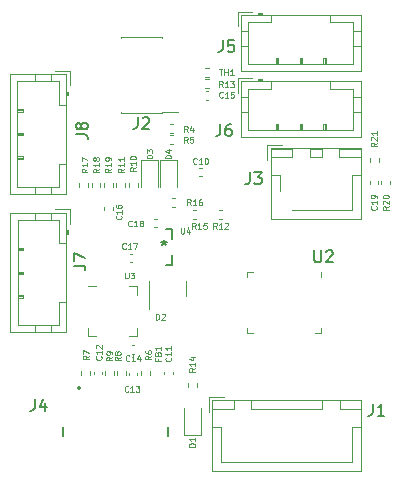
<source format=gto>
%TF.GenerationSoftware,KiCad,Pcbnew,(6.0.7-1)-1*%
%TF.CreationDate,2022-09-14T15:44:29-04:00*%
%TF.ProjectId,phocuser,70686f63-7573-4657-922e-6b696361645f,rev?*%
%TF.SameCoordinates,Original*%
%TF.FileFunction,Legend,Top*%
%TF.FilePolarity,Positive*%
%FSLAX46Y46*%
G04 Gerber Fmt 4.6, Leading zero omitted, Abs format (unit mm)*
G04 Created by KiCad (PCBNEW (6.0.7-1)-1) date 2022-09-14 15:44:29*
%MOMM*%
%LPD*%
G01*
G04 APERTURE LIST*
%ADD10C,0.100000*%
%ADD11C,0.150000*%
%ADD12C,0.127000*%
%ADD13C,0.120000*%
%ADD14C,0.200000*%
%ADD15C,0.152400*%
G04 APERTURE END LIST*
D10*
%TO.C,C19*%
X196578571Y-82121428D02*
X196602380Y-82145238D01*
X196626190Y-82216666D01*
X196626190Y-82264285D01*
X196602380Y-82335714D01*
X196554761Y-82383333D01*
X196507142Y-82407142D01*
X196411904Y-82430952D01*
X196340476Y-82430952D01*
X196245238Y-82407142D01*
X196197619Y-82383333D01*
X196150000Y-82335714D01*
X196126190Y-82264285D01*
X196126190Y-82216666D01*
X196150000Y-82145238D01*
X196173809Y-82121428D01*
X196626190Y-81645238D02*
X196626190Y-81930952D01*
X196626190Y-81788095D02*
X196126190Y-81788095D01*
X196197619Y-81835714D01*
X196245238Y-81883333D01*
X196269047Y-81930952D01*
X196626190Y-81407142D02*
X196626190Y-81311904D01*
X196602380Y-81264285D01*
X196578571Y-81240476D01*
X196507142Y-81192857D01*
X196411904Y-81169047D01*
X196221428Y-81169047D01*
X196173809Y-81192857D01*
X196150000Y-81216666D01*
X196126190Y-81264285D01*
X196126190Y-81359523D01*
X196150000Y-81407142D01*
X196173809Y-81430952D01*
X196221428Y-81454761D01*
X196340476Y-81454761D01*
X196388095Y-81430952D01*
X196411904Y-81407142D01*
X196435714Y-81359523D01*
X196435714Y-81264285D01*
X196411904Y-81216666D01*
X196388095Y-81192857D01*
X196340476Y-81169047D01*
%TO.C,R21*%
X196626190Y-76721428D02*
X196388095Y-76888095D01*
X196626190Y-77007142D02*
X196126190Y-77007142D01*
X196126190Y-76816666D01*
X196150000Y-76769047D01*
X196173809Y-76745238D01*
X196221428Y-76721428D01*
X196292857Y-76721428D01*
X196340476Y-76745238D01*
X196364285Y-76769047D01*
X196388095Y-76816666D01*
X196388095Y-77007142D01*
X196173809Y-76530952D02*
X196150000Y-76507142D01*
X196126190Y-76459523D01*
X196126190Y-76340476D01*
X196150000Y-76292857D01*
X196173809Y-76269047D01*
X196221428Y-76245238D01*
X196269047Y-76245238D01*
X196340476Y-76269047D01*
X196626190Y-76554761D01*
X196626190Y-76245238D01*
X196626190Y-75769047D02*
X196626190Y-76054761D01*
X196626190Y-75911904D02*
X196126190Y-75911904D01*
X196197619Y-75959523D01*
X196245238Y-76007142D01*
X196269047Y-76054761D01*
%TO.C,R20*%
X197626190Y-82121428D02*
X197388095Y-82288095D01*
X197626190Y-82407142D02*
X197126190Y-82407142D01*
X197126190Y-82216666D01*
X197150000Y-82169047D01*
X197173809Y-82145238D01*
X197221428Y-82121428D01*
X197292857Y-82121428D01*
X197340476Y-82145238D01*
X197364285Y-82169047D01*
X197388095Y-82216666D01*
X197388095Y-82407142D01*
X197173809Y-81930952D02*
X197150000Y-81907142D01*
X197126190Y-81859523D01*
X197126190Y-81740476D01*
X197150000Y-81692857D01*
X197173809Y-81669047D01*
X197221428Y-81645238D01*
X197269047Y-81645238D01*
X197340476Y-81669047D01*
X197626190Y-81954761D01*
X197626190Y-81645238D01*
X197126190Y-81335714D02*
X197126190Y-81288095D01*
X197150000Y-81240476D01*
X197173809Y-81216666D01*
X197221428Y-81192857D01*
X197316666Y-81169047D01*
X197435714Y-81169047D01*
X197530952Y-81192857D01*
X197578571Y-81216666D01*
X197602380Y-81240476D01*
X197626190Y-81288095D01*
X197626190Y-81335714D01*
X197602380Y-81383333D01*
X197578571Y-81407142D01*
X197530952Y-81430952D01*
X197435714Y-81454761D01*
X197316666Y-81454761D01*
X197221428Y-81430952D01*
X197173809Y-81407142D01*
X197150000Y-81383333D01*
X197126190Y-81335714D01*
%TO.C,R16*%
X180868571Y-82026190D02*
X180701904Y-81788095D01*
X180582857Y-82026190D02*
X180582857Y-81526190D01*
X180773333Y-81526190D01*
X180820952Y-81550000D01*
X180844761Y-81573809D01*
X180868571Y-81621428D01*
X180868571Y-81692857D01*
X180844761Y-81740476D01*
X180820952Y-81764285D01*
X180773333Y-81788095D01*
X180582857Y-81788095D01*
X181344761Y-82026190D02*
X181059047Y-82026190D01*
X181201904Y-82026190D02*
X181201904Y-81526190D01*
X181154285Y-81597619D01*
X181106666Y-81645238D01*
X181059047Y-81669047D01*
X181773333Y-81526190D02*
X181678095Y-81526190D01*
X181630476Y-81550000D01*
X181606666Y-81573809D01*
X181559047Y-81645238D01*
X181535238Y-81740476D01*
X181535238Y-81930952D01*
X181559047Y-81978571D01*
X181582857Y-82002380D01*
X181630476Y-82026190D01*
X181725714Y-82026190D01*
X181773333Y-82002380D01*
X181797142Y-81978571D01*
X181820952Y-81930952D01*
X181820952Y-81811904D01*
X181797142Y-81764285D01*
X181773333Y-81740476D01*
X181725714Y-81716666D01*
X181630476Y-81716666D01*
X181582857Y-81740476D01*
X181559047Y-81764285D01*
X181535238Y-81811904D01*
%TO.C,R15*%
X181278571Y-84026190D02*
X181111904Y-83788095D01*
X180992857Y-84026190D02*
X180992857Y-83526190D01*
X181183333Y-83526190D01*
X181230952Y-83550000D01*
X181254761Y-83573809D01*
X181278571Y-83621428D01*
X181278571Y-83692857D01*
X181254761Y-83740476D01*
X181230952Y-83764285D01*
X181183333Y-83788095D01*
X180992857Y-83788095D01*
X181754761Y-84026190D02*
X181469047Y-84026190D01*
X181611904Y-84026190D02*
X181611904Y-83526190D01*
X181564285Y-83597619D01*
X181516666Y-83645238D01*
X181469047Y-83669047D01*
X182207142Y-83526190D02*
X181969047Y-83526190D01*
X181945238Y-83764285D01*
X181969047Y-83740476D01*
X182016666Y-83716666D01*
X182135714Y-83716666D01*
X182183333Y-83740476D01*
X182207142Y-83764285D01*
X182230952Y-83811904D01*
X182230952Y-83930952D01*
X182207142Y-83978571D01*
X182183333Y-84002380D01*
X182135714Y-84026190D01*
X182016666Y-84026190D01*
X181969047Y-84002380D01*
X181945238Y-83978571D01*
%TO.C,D4*%
X179226190Y-78069047D02*
X178726190Y-78069047D01*
X178726190Y-77950000D01*
X178750000Y-77878571D01*
X178797619Y-77830952D01*
X178845238Y-77807142D01*
X178940476Y-77783333D01*
X179011904Y-77783333D01*
X179107142Y-77807142D01*
X179154761Y-77830952D01*
X179202380Y-77878571D01*
X179226190Y-77950000D01*
X179226190Y-78069047D01*
X178892857Y-77354761D02*
X179226190Y-77354761D01*
X178702380Y-77473809D02*
X179059523Y-77592857D01*
X179059523Y-77283333D01*
%TO.C,D3*%
X177626190Y-78069047D02*
X177126190Y-78069047D01*
X177126190Y-77950000D01*
X177150000Y-77878571D01*
X177197619Y-77830952D01*
X177245238Y-77807142D01*
X177340476Y-77783333D01*
X177411904Y-77783333D01*
X177507142Y-77807142D01*
X177554761Y-77830952D01*
X177602380Y-77878571D01*
X177626190Y-77950000D01*
X177626190Y-78069047D01*
X177126190Y-77616666D02*
X177126190Y-77307142D01*
X177316666Y-77473809D01*
X177316666Y-77402380D01*
X177340476Y-77354761D01*
X177364285Y-77330952D01*
X177411904Y-77307142D01*
X177530952Y-77307142D01*
X177578571Y-77330952D01*
X177602380Y-77354761D01*
X177626190Y-77402380D01*
X177626190Y-77545238D01*
X177602380Y-77592857D01*
X177578571Y-77616666D01*
D11*
%TO.C,J1*%
X196266666Y-98852380D02*
X196266666Y-99566666D01*
X196219047Y-99709523D01*
X196123809Y-99804761D01*
X195980952Y-99852380D01*
X195885714Y-99852380D01*
X197266666Y-99852380D02*
X196695238Y-99852380D01*
X196980952Y-99852380D02*
X196980952Y-98852380D01*
X196885714Y-98995238D01*
X196790476Y-99090476D01*
X196695238Y-99138095D01*
%TO.C,U2*%
X191338095Y-85852380D02*
X191338095Y-86661904D01*
X191385714Y-86757142D01*
X191433333Y-86804761D01*
X191528571Y-86852380D01*
X191719047Y-86852380D01*
X191814285Y-86804761D01*
X191861904Y-86757142D01*
X191909523Y-86661904D01*
X191909523Y-85852380D01*
X192338095Y-85947619D02*
X192385714Y-85900000D01*
X192480952Y-85852380D01*
X192719047Y-85852380D01*
X192814285Y-85900000D01*
X192861904Y-85947619D01*
X192909523Y-86042857D01*
X192909523Y-86138095D01*
X192861904Y-86280952D01*
X192290476Y-86852380D01*
X192909523Y-86852380D01*
D10*
%TO.C,C10*%
X181378571Y-78478571D02*
X181354761Y-78502380D01*
X181283333Y-78526190D01*
X181235714Y-78526190D01*
X181164285Y-78502380D01*
X181116666Y-78454761D01*
X181092857Y-78407142D01*
X181069047Y-78311904D01*
X181069047Y-78240476D01*
X181092857Y-78145238D01*
X181116666Y-78097619D01*
X181164285Y-78050000D01*
X181235714Y-78026190D01*
X181283333Y-78026190D01*
X181354761Y-78050000D01*
X181378571Y-78073809D01*
X181854761Y-78526190D02*
X181569047Y-78526190D01*
X181711904Y-78526190D02*
X181711904Y-78026190D01*
X181664285Y-78097619D01*
X181616666Y-78145238D01*
X181569047Y-78169047D01*
X182164285Y-78026190D02*
X182211904Y-78026190D01*
X182259523Y-78050000D01*
X182283333Y-78073809D01*
X182307142Y-78121428D01*
X182330952Y-78216666D01*
X182330952Y-78335714D01*
X182307142Y-78430952D01*
X182283333Y-78478571D01*
X182259523Y-78502380D01*
X182211904Y-78526190D01*
X182164285Y-78526190D01*
X182116666Y-78502380D01*
X182092857Y-78478571D01*
X182069047Y-78430952D01*
X182045238Y-78335714D01*
X182045238Y-78216666D01*
X182069047Y-78121428D01*
X182092857Y-78073809D01*
X182116666Y-78050000D01*
X182164285Y-78026190D01*
D11*
%TO.C,J2*%
X176366666Y-74552380D02*
X176366666Y-75266666D01*
X176319047Y-75409523D01*
X176223809Y-75504761D01*
X176080952Y-75552380D01*
X175985714Y-75552380D01*
X176795238Y-74647619D02*
X176842857Y-74600000D01*
X176938095Y-74552380D01*
X177176190Y-74552380D01*
X177271428Y-74600000D01*
X177319047Y-74647619D01*
X177366666Y-74742857D01*
X177366666Y-74838095D01*
X177319047Y-74980952D01*
X176747619Y-75552380D01*
X177366666Y-75552380D01*
%TO.C,J3*%
X185866666Y-79252380D02*
X185866666Y-79966666D01*
X185819047Y-80109523D01*
X185723809Y-80204761D01*
X185580952Y-80252380D01*
X185485714Y-80252380D01*
X186247619Y-79252380D02*
X186866666Y-79252380D01*
X186533333Y-79633333D01*
X186676190Y-79633333D01*
X186771428Y-79680952D01*
X186819047Y-79728571D01*
X186866666Y-79823809D01*
X186866666Y-80061904D01*
X186819047Y-80157142D01*
X186771428Y-80204761D01*
X186676190Y-80252380D01*
X186390476Y-80252380D01*
X186295238Y-80204761D01*
X186247619Y-80157142D01*
D10*
%TO.C,C11*%
X179178571Y-94921428D02*
X179202380Y-94945238D01*
X179226190Y-95016666D01*
X179226190Y-95064285D01*
X179202380Y-95135714D01*
X179154761Y-95183333D01*
X179107142Y-95207142D01*
X179011904Y-95230952D01*
X178940476Y-95230952D01*
X178845238Y-95207142D01*
X178797619Y-95183333D01*
X178750000Y-95135714D01*
X178726190Y-95064285D01*
X178726190Y-95016666D01*
X178750000Y-94945238D01*
X178773809Y-94921428D01*
X179226190Y-94445238D02*
X179226190Y-94730952D01*
X179226190Y-94588095D02*
X178726190Y-94588095D01*
X178797619Y-94635714D01*
X178845238Y-94683333D01*
X178869047Y-94730952D01*
X179226190Y-93969047D02*
X179226190Y-94254761D01*
X179226190Y-94111904D02*
X178726190Y-94111904D01*
X178797619Y-94159523D01*
X178845238Y-94207142D01*
X178869047Y-94254761D01*
%TO.C,C12*%
X173278571Y-94821428D02*
X173302380Y-94845238D01*
X173326190Y-94916666D01*
X173326190Y-94964285D01*
X173302380Y-95035714D01*
X173254761Y-95083333D01*
X173207142Y-95107142D01*
X173111904Y-95130952D01*
X173040476Y-95130952D01*
X172945238Y-95107142D01*
X172897619Y-95083333D01*
X172850000Y-95035714D01*
X172826190Y-94964285D01*
X172826190Y-94916666D01*
X172850000Y-94845238D01*
X172873809Y-94821428D01*
X173326190Y-94345238D02*
X173326190Y-94630952D01*
X173326190Y-94488095D02*
X172826190Y-94488095D01*
X172897619Y-94535714D01*
X172945238Y-94583333D01*
X172969047Y-94630952D01*
X172873809Y-94154761D02*
X172850000Y-94130952D01*
X172826190Y-94083333D01*
X172826190Y-93964285D01*
X172850000Y-93916666D01*
X172873809Y-93892857D01*
X172921428Y-93869047D01*
X172969047Y-93869047D01*
X173040476Y-93892857D01*
X173326190Y-94178571D01*
X173326190Y-93869047D01*
%TO.C,C13*%
X175578571Y-97778571D02*
X175554761Y-97802380D01*
X175483333Y-97826190D01*
X175435714Y-97826190D01*
X175364285Y-97802380D01*
X175316666Y-97754761D01*
X175292857Y-97707142D01*
X175269047Y-97611904D01*
X175269047Y-97540476D01*
X175292857Y-97445238D01*
X175316666Y-97397619D01*
X175364285Y-97350000D01*
X175435714Y-97326190D01*
X175483333Y-97326190D01*
X175554761Y-97350000D01*
X175578571Y-97373809D01*
X176054761Y-97826190D02*
X175769047Y-97826190D01*
X175911904Y-97826190D02*
X175911904Y-97326190D01*
X175864285Y-97397619D01*
X175816666Y-97445238D01*
X175769047Y-97469047D01*
X176221428Y-97326190D02*
X176530952Y-97326190D01*
X176364285Y-97516666D01*
X176435714Y-97516666D01*
X176483333Y-97540476D01*
X176507142Y-97564285D01*
X176530952Y-97611904D01*
X176530952Y-97730952D01*
X176507142Y-97778571D01*
X176483333Y-97802380D01*
X176435714Y-97826190D01*
X176292857Y-97826190D01*
X176245238Y-97802380D01*
X176221428Y-97778571D01*
%TO.C,C14*%
X175678571Y-95178571D02*
X175654761Y-95202380D01*
X175583333Y-95226190D01*
X175535714Y-95226190D01*
X175464285Y-95202380D01*
X175416666Y-95154761D01*
X175392857Y-95107142D01*
X175369047Y-95011904D01*
X175369047Y-94940476D01*
X175392857Y-94845238D01*
X175416666Y-94797619D01*
X175464285Y-94750000D01*
X175535714Y-94726190D01*
X175583333Y-94726190D01*
X175654761Y-94750000D01*
X175678571Y-94773809D01*
X176154761Y-95226190D02*
X175869047Y-95226190D01*
X176011904Y-95226190D02*
X176011904Y-94726190D01*
X175964285Y-94797619D01*
X175916666Y-94845238D01*
X175869047Y-94869047D01*
X176583333Y-94892857D02*
X176583333Y-95226190D01*
X176464285Y-94702380D02*
X176345238Y-95059523D01*
X176654761Y-95059523D01*
%TO.C,C15*%
X183578571Y-72878571D02*
X183554761Y-72902380D01*
X183483333Y-72926190D01*
X183435714Y-72926190D01*
X183364285Y-72902380D01*
X183316666Y-72854761D01*
X183292857Y-72807142D01*
X183269047Y-72711904D01*
X183269047Y-72640476D01*
X183292857Y-72545238D01*
X183316666Y-72497619D01*
X183364285Y-72450000D01*
X183435714Y-72426190D01*
X183483333Y-72426190D01*
X183554761Y-72450000D01*
X183578571Y-72473809D01*
X184054761Y-72926190D02*
X183769047Y-72926190D01*
X183911904Y-72926190D02*
X183911904Y-72426190D01*
X183864285Y-72497619D01*
X183816666Y-72545238D01*
X183769047Y-72569047D01*
X184507142Y-72426190D02*
X184269047Y-72426190D01*
X184245238Y-72664285D01*
X184269047Y-72640476D01*
X184316666Y-72616666D01*
X184435714Y-72616666D01*
X184483333Y-72640476D01*
X184507142Y-72664285D01*
X184530952Y-72711904D01*
X184530952Y-72830952D01*
X184507142Y-72878571D01*
X184483333Y-72902380D01*
X184435714Y-72926190D01*
X184316666Y-72926190D01*
X184269047Y-72902380D01*
X184245238Y-72878571D01*
%TO.C,FB1*%
X178064285Y-95016666D02*
X178064285Y-95183333D01*
X178326190Y-95183333D02*
X177826190Y-95183333D01*
X177826190Y-94945238D01*
X178064285Y-94588095D02*
X178088095Y-94516666D01*
X178111904Y-94492857D01*
X178159523Y-94469047D01*
X178230952Y-94469047D01*
X178278571Y-94492857D01*
X178302380Y-94516666D01*
X178326190Y-94564285D01*
X178326190Y-94754761D01*
X177826190Y-94754761D01*
X177826190Y-94588095D01*
X177850000Y-94540476D01*
X177873809Y-94516666D01*
X177921428Y-94492857D01*
X177969047Y-94492857D01*
X178016666Y-94516666D01*
X178040476Y-94540476D01*
X178064285Y-94588095D01*
X178064285Y-94754761D01*
X178326190Y-93992857D02*
X178326190Y-94278571D01*
X178326190Y-94135714D02*
X177826190Y-94135714D01*
X177897619Y-94183333D01*
X177945238Y-94230952D01*
X177969047Y-94278571D01*
D12*
%TO.C,J4*%
X167666666Y-98452380D02*
X167666666Y-99166666D01*
X167619047Y-99309523D01*
X167523809Y-99404761D01*
X167380952Y-99452380D01*
X167285714Y-99452380D01*
X168571428Y-98785714D02*
X168571428Y-99452380D01*
X168333333Y-98404761D02*
X168095238Y-99119047D01*
X168714285Y-99119047D01*
D10*
%TO.C,R4*%
X180616666Y-75826190D02*
X180450000Y-75588095D01*
X180330952Y-75826190D02*
X180330952Y-75326190D01*
X180521428Y-75326190D01*
X180569047Y-75350000D01*
X180592857Y-75373809D01*
X180616666Y-75421428D01*
X180616666Y-75492857D01*
X180592857Y-75540476D01*
X180569047Y-75564285D01*
X180521428Y-75588095D01*
X180330952Y-75588095D01*
X181045238Y-75492857D02*
X181045238Y-75826190D01*
X180926190Y-75302380D02*
X180807142Y-75659523D01*
X181116666Y-75659523D01*
%TO.C,R5*%
X180616666Y-76726190D02*
X180450000Y-76488095D01*
X180330952Y-76726190D02*
X180330952Y-76226190D01*
X180521428Y-76226190D01*
X180569047Y-76250000D01*
X180592857Y-76273809D01*
X180616666Y-76321428D01*
X180616666Y-76392857D01*
X180592857Y-76440476D01*
X180569047Y-76464285D01*
X180521428Y-76488095D01*
X180330952Y-76488095D01*
X181069047Y-76226190D02*
X180830952Y-76226190D01*
X180807142Y-76464285D01*
X180830952Y-76440476D01*
X180878571Y-76416666D01*
X180997619Y-76416666D01*
X181045238Y-76440476D01*
X181069047Y-76464285D01*
X181092857Y-76511904D01*
X181092857Y-76630952D01*
X181069047Y-76678571D01*
X181045238Y-76702380D01*
X180997619Y-76726190D01*
X180878571Y-76726190D01*
X180830952Y-76702380D01*
X180807142Y-76678571D01*
%TO.C,R6*%
X177526190Y-94783333D02*
X177288095Y-94950000D01*
X177526190Y-95069047D02*
X177026190Y-95069047D01*
X177026190Y-94878571D01*
X177050000Y-94830952D01*
X177073809Y-94807142D01*
X177121428Y-94783333D01*
X177192857Y-94783333D01*
X177240476Y-94807142D01*
X177264285Y-94830952D01*
X177288095Y-94878571D01*
X177288095Y-95069047D01*
X177026190Y-94354761D02*
X177026190Y-94450000D01*
X177050000Y-94497619D01*
X177073809Y-94521428D01*
X177145238Y-94569047D01*
X177240476Y-94592857D01*
X177430952Y-94592857D01*
X177478571Y-94569047D01*
X177502380Y-94545238D01*
X177526190Y-94497619D01*
X177526190Y-94402380D01*
X177502380Y-94354761D01*
X177478571Y-94330952D01*
X177430952Y-94307142D01*
X177311904Y-94307142D01*
X177264285Y-94330952D01*
X177240476Y-94354761D01*
X177216666Y-94402380D01*
X177216666Y-94497619D01*
X177240476Y-94545238D01*
X177264285Y-94569047D01*
X177311904Y-94592857D01*
%TO.C,R7*%
X172226190Y-94783333D02*
X171988095Y-94950000D01*
X172226190Y-95069047D02*
X171726190Y-95069047D01*
X171726190Y-94878571D01*
X171750000Y-94830952D01*
X171773809Y-94807142D01*
X171821428Y-94783333D01*
X171892857Y-94783333D01*
X171940476Y-94807142D01*
X171964285Y-94830952D01*
X171988095Y-94878571D01*
X171988095Y-95069047D01*
X171726190Y-94616666D02*
X171726190Y-94283333D01*
X172226190Y-94497619D01*
%TO.C,R8*%
X174926190Y-94883333D02*
X174688095Y-95050000D01*
X174926190Y-95169047D02*
X174426190Y-95169047D01*
X174426190Y-94978571D01*
X174450000Y-94930952D01*
X174473809Y-94907142D01*
X174521428Y-94883333D01*
X174592857Y-94883333D01*
X174640476Y-94907142D01*
X174664285Y-94930952D01*
X174688095Y-94978571D01*
X174688095Y-95169047D01*
X174640476Y-94597619D02*
X174616666Y-94645238D01*
X174592857Y-94669047D01*
X174545238Y-94692857D01*
X174521428Y-94692857D01*
X174473809Y-94669047D01*
X174450000Y-94645238D01*
X174426190Y-94597619D01*
X174426190Y-94502380D01*
X174450000Y-94454761D01*
X174473809Y-94430952D01*
X174521428Y-94407142D01*
X174545238Y-94407142D01*
X174592857Y-94430952D01*
X174616666Y-94454761D01*
X174640476Y-94502380D01*
X174640476Y-94597619D01*
X174664285Y-94645238D01*
X174688095Y-94669047D01*
X174735714Y-94692857D01*
X174830952Y-94692857D01*
X174878571Y-94669047D01*
X174902380Y-94645238D01*
X174926190Y-94597619D01*
X174926190Y-94502380D01*
X174902380Y-94454761D01*
X174878571Y-94430952D01*
X174830952Y-94407142D01*
X174735714Y-94407142D01*
X174688095Y-94430952D01*
X174664285Y-94454761D01*
X174640476Y-94502380D01*
%TO.C,R9*%
X174226190Y-94883333D02*
X173988095Y-95050000D01*
X174226190Y-95169047D02*
X173726190Y-95169047D01*
X173726190Y-94978571D01*
X173750000Y-94930952D01*
X173773809Y-94907142D01*
X173821428Y-94883333D01*
X173892857Y-94883333D01*
X173940476Y-94907142D01*
X173964285Y-94930952D01*
X173988095Y-94978571D01*
X173988095Y-95169047D01*
X174226190Y-94645238D02*
X174226190Y-94550000D01*
X174202380Y-94502380D01*
X174178571Y-94478571D01*
X174107142Y-94430952D01*
X174011904Y-94407142D01*
X173821428Y-94407142D01*
X173773809Y-94430952D01*
X173750000Y-94454761D01*
X173726190Y-94502380D01*
X173726190Y-94597619D01*
X173750000Y-94645238D01*
X173773809Y-94669047D01*
X173821428Y-94692857D01*
X173940476Y-94692857D01*
X173988095Y-94669047D01*
X174011904Y-94645238D01*
X174035714Y-94597619D01*
X174035714Y-94502380D01*
X174011904Y-94454761D01*
X173988095Y-94430952D01*
X173940476Y-94407142D01*
%TO.C,R10*%
X176226190Y-78821428D02*
X175988095Y-78988095D01*
X176226190Y-79107142D02*
X175726190Y-79107142D01*
X175726190Y-78916666D01*
X175750000Y-78869047D01*
X175773809Y-78845238D01*
X175821428Y-78821428D01*
X175892857Y-78821428D01*
X175940476Y-78845238D01*
X175964285Y-78869047D01*
X175988095Y-78916666D01*
X175988095Y-79107142D01*
X176226190Y-78345238D02*
X176226190Y-78630952D01*
X176226190Y-78488095D02*
X175726190Y-78488095D01*
X175797619Y-78535714D01*
X175845238Y-78583333D01*
X175869047Y-78630952D01*
X175726190Y-78035714D02*
X175726190Y-77988095D01*
X175750000Y-77940476D01*
X175773809Y-77916666D01*
X175821428Y-77892857D01*
X175916666Y-77869047D01*
X176035714Y-77869047D01*
X176130952Y-77892857D01*
X176178571Y-77916666D01*
X176202380Y-77940476D01*
X176226190Y-77988095D01*
X176226190Y-78035714D01*
X176202380Y-78083333D01*
X176178571Y-78107142D01*
X176130952Y-78130952D01*
X176035714Y-78154761D01*
X175916666Y-78154761D01*
X175821428Y-78130952D01*
X175773809Y-78107142D01*
X175750000Y-78083333D01*
X175726190Y-78035714D01*
%TO.C,R11*%
X175226190Y-78921428D02*
X174988095Y-79088095D01*
X175226190Y-79207142D02*
X174726190Y-79207142D01*
X174726190Y-79016666D01*
X174750000Y-78969047D01*
X174773809Y-78945238D01*
X174821428Y-78921428D01*
X174892857Y-78921428D01*
X174940476Y-78945238D01*
X174964285Y-78969047D01*
X174988095Y-79016666D01*
X174988095Y-79207142D01*
X175226190Y-78445238D02*
X175226190Y-78730952D01*
X175226190Y-78588095D02*
X174726190Y-78588095D01*
X174797619Y-78635714D01*
X174845238Y-78683333D01*
X174869047Y-78730952D01*
X175226190Y-77969047D02*
X175226190Y-78254761D01*
X175226190Y-78111904D02*
X174726190Y-78111904D01*
X174797619Y-78159523D01*
X174845238Y-78207142D01*
X174869047Y-78254761D01*
%TO.C,R12*%
X183078571Y-84026190D02*
X182911904Y-83788095D01*
X182792857Y-84026190D02*
X182792857Y-83526190D01*
X182983333Y-83526190D01*
X183030952Y-83550000D01*
X183054761Y-83573809D01*
X183078571Y-83621428D01*
X183078571Y-83692857D01*
X183054761Y-83740476D01*
X183030952Y-83764285D01*
X182983333Y-83788095D01*
X182792857Y-83788095D01*
X183554761Y-84026190D02*
X183269047Y-84026190D01*
X183411904Y-84026190D02*
X183411904Y-83526190D01*
X183364285Y-83597619D01*
X183316666Y-83645238D01*
X183269047Y-83669047D01*
X183745238Y-83573809D02*
X183769047Y-83550000D01*
X183816666Y-83526190D01*
X183935714Y-83526190D01*
X183983333Y-83550000D01*
X184007142Y-83573809D01*
X184030952Y-83621428D01*
X184030952Y-83669047D01*
X184007142Y-83740476D01*
X183721428Y-84026190D01*
X184030952Y-84026190D01*
%TO.C,R13*%
X183578571Y-72026190D02*
X183411904Y-71788095D01*
X183292857Y-72026190D02*
X183292857Y-71526190D01*
X183483333Y-71526190D01*
X183530952Y-71550000D01*
X183554761Y-71573809D01*
X183578571Y-71621428D01*
X183578571Y-71692857D01*
X183554761Y-71740476D01*
X183530952Y-71764285D01*
X183483333Y-71788095D01*
X183292857Y-71788095D01*
X184054761Y-72026190D02*
X183769047Y-72026190D01*
X183911904Y-72026190D02*
X183911904Y-71526190D01*
X183864285Y-71597619D01*
X183816666Y-71645238D01*
X183769047Y-71669047D01*
X184221428Y-71526190D02*
X184530952Y-71526190D01*
X184364285Y-71716666D01*
X184435714Y-71716666D01*
X184483333Y-71740476D01*
X184507142Y-71764285D01*
X184530952Y-71811904D01*
X184530952Y-71930952D01*
X184507142Y-71978571D01*
X184483333Y-72002380D01*
X184435714Y-72026190D01*
X184292857Y-72026190D01*
X184245238Y-72002380D01*
X184221428Y-71978571D01*
%TO.C,TH1*%
X183257142Y-70526190D02*
X183542857Y-70526190D01*
X183400000Y-71026190D02*
X183400000Y-70526190D01*
X183709523Y-71026190D02*
X183709523Y-70526190D01*
X183709523Y-70764285D02*
X183995238Y-70764285D01*
X183995238Y-71026190D02*
X183995238Y-70526190D01*
X184495238Y-71026190D02*
X184209523Y-71026190D01*
X184352380Y-71026190D02*
X184352380Y-70526190D01*
X184304761Y-70597619D01*
X184257142Y-70645238D01*
X184209523Y-70669047D01*
%TO.C,U3*%
X175319047Y-87726190D02*
X175319047Y-88130952D01*
X175342857Y-88178571D01*
X175366666Y-88202380D01*
X175414285Y-88226190D01*
X175509523Y-88226190D01*
X175557142Y-88202380D01*
X175580952Y-88178571D01*
X175604761Y-88130952D01*
X175604761Y-87726190D01*
X175795238Y-87726190D02*
X176104761Y-87726190D01*
X175938095Y-87916666D01*
X176009523Y-87916666D01*
X176057142Y-87940476D01*
X176080952Y-87964285D01*
X176104761Y-88011904D01*
X176104761Y-88130952D01*
X176080952Y-88178571D01*
X176057142Y-88202380D01*
X176009523Y-88226190D01*
X175866666Y-88226190D01*
X175819047Y-88202380D01*
X175795238Y-88178571D01*
D11*
%TO.C,J5*%
X183566666Y-68052380D02*
X183566666Y-68766666D01*
X183519047Y-68909523D01*
X183423809Y-69004761D01*
X183280952Y-69052380D01*
X183185714Y-69052380D01*
X184519047Y-68052380D02*
X184042857Y-68052380D01*
X183995238Y-68528571D01*
X184042857Y-68480952D01*
X184138095Y-68433333D01*
X184376190Y-68433333D01*
X184471428Y-68480952D01*
X184519047Y-68528571D01*
X184566666Y-68623809D01*
X184566666Y-68861904D01*
X184519047Y-68957142D01*
X184471428Y-69004761D01*
X184376190Y-69052380D01*
X184138095Y-69052380D01*
X184042857Y-69004761D01*
X183995238Y-68957142D01*
%TO.C,J6*%
X183366666Y-75152380D02*
X183366666Y-75866666D01*
X183319047Y-76009523D01*
X183223809Y-76104761D01*
X183080952Y-76152380D01*
X182985714Y-76152380D01*
X184271428Y-75152380D02*
X184080952Y-75152380D01*
X183985714Y-75200000D01*
X183938095Y-75247619D01*
X183842857Y-75390476D01*
X183795238Y-75580952D01*
X183795238Y-75961904D01*
X183842857Y-76057142D01*
X183890476Y-76104761D01*
X183985714Y-76152380D01*
X184176190Y-76152380D01*
X184271428Y-76104761D01*
X184319047Y-76057142D01*
X184366666Y-75961904D01*
X184366666Y-75723809D01*
X184319047Y-75628571D01*
X184271428Y-75580952D01*
X184176190Y-75533333D01*
X183985714Y-75533333D01*
X183890476Y-75580952D01*
X183842857Y-75628571D01*
X183795238Y-75723809D01*
D10*
%TO.C,R17*%
X172126190Y-78921428D02*
X171888095Y-79088095D01*
X172126190Y-79207142D02*
X171626190Y-79207142D01*
X171626190Y-79016666D01*
X171650000Y-78969047D01*
X171673809Y-78945238D01*
X171721428Y-78921428D01*
X171792857Y-78921428D01*
X171840476Y-78945238D01*
X171864285Y-78969047D01*
X171888095Y-79016666D01*
X171888095Y-79207142D01*
X172126190Y-78445238D02*
X172126190Y-78730952D01*
X172126190Y-78588095D02*
X171626190Y-78588095D01*
X171697619Y-78635714D01*
X171745238Y-78683333D01*
X171769047Y-78730952D01*
X171626190Y-78278571D02*
X171626190Y-77945238D01*
X172126190Y-78159523D01*
%TO.C,R18*%
X173126190Y-78921428D02*
X172888095Y-79088095D01*
X173126190Y-79207142D02*
X172626190Y-79207142D01*
X172626190Y-79016666D01*
X172650000Y-78969047D01*
X172673809Y-78945238D01*
X172721428Y-78921428D01*
X172792857Y-78921428D01*
X172840476Y-78945238D01*
X172864285Y-78969047D01*
X172888095Y-79016666D01*
X172888095Y-79207142D01*
X173126190Y-78445238D02*
X173126190Y-78730952D01*
X173126190Y-78588095D02*
X172626190Y-78588095D01*
X172697619Y-78635714D01*
X172745238Y-78683333D01*
X172769047Y-78730952D01*
X172840476Y-78159523D02*
X172816666Y-78207142D01*
X172792857Y-78230952D01*
X172745238Y-78254761D01*
X172721428Y-78254761D01*
X172673809Y-78230952D01*
X172650000Y-78207142D01*
X172626190Y-78159523D01*
X172626190Y-78064285D01*
X172650000Y-78016666D01*
X172673809Y-77992857D01*
X172721428Y-77969047D01*
X172745238Y-77969047D01*
X172792857Y-77992857D01*
X172816666Y-78016666D01*
X172840476Y-78064285D01*
X172840476Y-78159523D01*
X172864285Y-78207142D01*
X172888095Y-78230952D01*
X172935714Y-78254761D01*
X173030952Y-78254761D01*
X173078571Y-78230952D01*
X173102380Y-78207142D01*
X173126190Y-78159523D01*
X173126190Y-78064285D01*
X173102380Y-78016666D01*
X173078571Y-77992857D01*
X173030952Y-77969047D01*
X172935714Y-77969047D01*
X172888095Y-77992857D01*
X172864285Y-78016666D01*
X172840476Y-78064285D01*
%TO.C,R19*%
X174126190Y-78921428D02*
X173888095Y-79088095D01*
X174126190Y-79207142D02*
X173626190Y-79207142D01*
X173626190Y-79016666D01*
X173650000Y-78969047D01*
X173673809Y-78945238D01*
X173721428Y-78921428D01*
X173792857Y-78921428D01*
X173840476Y-78945238D01*
X173864285Y-78969047D01*
X173888095Y-79016666D01*
X173888095Y-79207142D01*
X174126190Y-78445238D02*
X174126190Y-78730952D01*
X174126190Y-78588095D02*
X173626190Y-78588095D01*
X173697619Y-78635714D01*
X173745238Y-78683333D01*
X173769047Y-78730952D01*
X174126190Y-78207142D02*
X174126190Y-78111904D01*
X174102380Y-78064285D01*
X174078571Y-78040476D01*
X174007142Y-77992857D01*
X173911904Y-77969047D01*
X173721428Y-77969047D01*
X173673809Y-77992857D01*
X173650000Y-78016666D01*
X173626190Y-78064285D01*
X173626190Y-78159523D01*
X173650000Y-78207142D01*
X173673809Y-78230952D01*
X173721428Y-78254761D01*
X173840476Y-78254761D01*
X173888095Y-78230952D01*
X173911904Y-78207142D01*
X173935714Y-78159523D01*
X173935714Y-78064285D01*
X173911904Y-78016666D01*
X173888095Y-77992857D01*
X173840476Y-77969047D01*
%TO.C,D1*%
X181226190Y-102469047D02*
X180726190Y-102469047D01*
X180726190Y-102350000D01*
X180750000Y-102278571D01*
X180797619Y-102230952D01*
X180845238Y-102207142D01*
X180940476Y-102183333D01*
X181011904Y-102183333D01*
X181107142Y-102207142D01*
X181154761Y-102230952D01*
X181202380Y-102278571D01*
X181226190Y-102350000D01*
X181226190Y-102469047D01*
X181226190Y-101707142D02*
X181226190Y-101992857D01*
X181226190Y-101850000D02*
X180726190Y-101850000D01*
X180797619Y-101897619D01*
X180845238Y-101945238D01*
X180869047Y-101992857D01*
%TO.C,R14*%
X181226190Y-95821428D02*
X180988095Y-95988095D01*
X181226190Y-96107142D02*
X180726190Y-96107142D01*
X180726190Y-95916666D01*
X180750000Y-95869047D01*
X180773809Y-95845238D01*
X180821428Y-95821428D01*
X180892857Y-95821428D01*
X180940476Y-95845238D01*
X180964285Y-95869047D01*
X180988095Y-95916666D01*
X180988095Y-96107142D01*
X181226190Y-95345238D02*
X181226190Y-95630952D01*
X181226190Y-95488095D02*
X180726190Y-95488095D01*
X180797619Y-95535714D01*
X180845238Y-95583333D01*
X180869047Y-95630952D01*
X180892857Y-94916666D02*
X181226190Y-94916666D01*
X180702380Y-95035714D02*
X181059523Y-95154761D01*
X181059523Y-94845238D01*
%TO.C,C16*%
X174978571Y-82921428D02*
X175002380Y-82945238D01*
X175026190Y-83016666D01*
X175026190Y-83064285D01*
X175002380Y-83135714D01*
X174954761Y-83183333D01*
X174907142Y-83207142D01*
X174811904Y-83230952D01*
X174740476Y-83230952D01*
X174645238Y-83207142D01*
X174597619Y-83183333D01*
X174550000Y-83135714D01*
X174526190Y-83064285D01*
X174526190Y-83016666D01*
X174550000Y-82945238D01*
X174573809Y-82921428D01*
X175026190Y-82445238D02*
X175026190Y-82730952D01*
X175026190Y-82588095D02*
X174526190Y-82588095D01*
X174597619Y-82635714D01*
X174645238Y-82683333D01*
X174669047Y-82730952D01*
X174526190Y-82016666D02*
X174526190Y-82111904D01*
X174550000Y-82159523D01*
X174573809Y-82183333D01*
X174645238Y-82230952D01*
X174740476Y-82254761D01*
X174930952Y-82254761D01*
X174978571Y-82230952D01*
X175002380Y-82207142D01*
X175026190Y-82159523D01*
X175026190Y-82064285D01*
X175002380Y-82016666D01*
X174978571Y-81992857D01*
X174930952Y-81969047D01*
X174811904Y-81969047D01*
X174764285Y-81992857D01*
X174740476Y-82016666D01*
X174716666Y-82064285D01*
X174716666Y-82159523D01*
X174740476Y-82207142D01*
X174764285Y-82230952D01*
X174811904Y-82254761D01*
D11*
%TO.C,J7*%
X170952380Y-87133333D02*
X171666666Y-87133333D01*
X171809523Y-87180952D01*
X171904761Y-87276190D01*
X171952380Y-87419047D01*
X171952380Y-87514285D01*
X170952380Y-86752380D02*
X170952380Y-86085714D01*
X171952380Y-86514285D01*
D10*
%TO.C,U4*%
X180019047Y-83926190D02*
X180019047Y-84330952D01*
X180042857Y-84378571D01*
X180066666Y-84402380D01*
X180114285Y-84426190D01*
X180209523Y-84426190D01*
X180257142Y-84402380D01*
X180280952Y-84378571D01*
X180304761Y-84330952D01*
X180304761Y-83926190D01*
X180757142Y-84092857D02*
X180757142Y-84426190D01*
X180638095Y-83902380D02*
X180519047Y-84259523D01*
X180828571Y-84259523D01*
D11*
X178600000Y-85002381D02*
X178600000Y-85240477D01*
X178361904Y-85145239D02*
X178600000Y-85240477D01*
X178838095Y-85145239D01*
X178457142Y-85430953D02*
X178600000Y-85240477D01*
X178742857Y-85430953D01*
D10*
%TO.C,C17*%
X175378571Y-85678571D02*
X175354761Y-85702380D01*
X175283333Y-85726190D01*
X175235714Y-85726190D01*
X175164285Y-85702380D01*
X175116666Y-85654761D01*
X175092857Y-85607142D01*
X175069047Y-85511904D01*
X175069047Y-85440476D01*
X175092857Y-85345238D01*
X175116666Y-85297619D01*
X175164285Y-85250000D01*
X175235714Y-85226190D01*
X175283333Y-85226190D01*
X175354761Y-85250000D01*
X175378571Y-85273809D01*
X175854761Y-85726190D02*
X175569047Y-85726190D01*
X175711904Y-85726190D02*
X175711904Y-85226190D01*
X175664285Y-85297619D01*
X175616666Y-85345238D01*
X175569047Y-85369047D01*
X176021428Y-85226190D02*
X176354761Y-85226190D01*
X176140476Y-85726190D01*
%TO.C,C18*%
X175878571Y-83778571D02*
X175854761Y-83802380D01*
X175783333Y-83826190D01*
X175735714Y-83826190D01*
X175664285Y-83802380D01*
X175616666Y-83754761D01*
X175592857Y-83707142D01*
X175569047Y-83611904D01*
X175569047Y-83540476D01*
X175592857Y-83445238D01*
X175616666Y-83397619D01*
X175664285Y-83350000D01*
X175735714Y-83326190D01*
X175783333Y-83326190D01*
X175854761Y-83350000D01*
X175878571Y-83373809D01*
X176354761Y-83826190D02*
X176069047Y-83826190D01*
X176211904Y-83826190D02*
X176211904Y-83326190D01*
X176164285Y-83397619D01*
X176116666Y-83445238D01*
X176069047Y-83469047D01*
X176640476Y-83540476D02*
X176592857Y-83516666D01*
X176569047Y-83492857D01*
X176545238Y-83445238D01*
X176545238Y-83421428D01*
X176569047Y-83373809D01*
X176592857Y-83350000D01*
X176640476Y-83326190D01*
X176735714Y-83326190D01*
X176783333Y-83350000D01*
X176807142Y-83373809D01*
X176830952Y-83421428D01*
X176830952Y-83445238D01*
X176807142Y-83492857D01*
X176783333Y-83516666D01*
X176735714Y-83540476D01*
X176640476Y-83540476D01*
X176592857Y-83564285D01*
X176569047Y-83588095D01*
X176545238Y-83635714D01*
X176545238Y-83730952D01*
X176569047Y-83778571D01*
X176592857Y-83802380D01*
X176640476Y-83826190D01*
X176735714Y-83826190D01*
X176783333Y-83802380D01*
X176807142Y-83778571D01*
X176830952Y-83730952D01*
X176830952Y-83635714D01*
X176807142Y-83588095D01*
X176783333Y-83564285D01*
X176735714Y-83540476D01*
%TO.C,D2*%
X177930952Y-91726190D02*
X177930952Y-91226190D01*
X178050000Y-91226190D01*
X178121428Y-91250000D01*
X178169047Y-91297619D01*
X178192857Y-91345238D01*
X178216666Y-91440476D01*
X178216666Y-91511904D01*
X178192857Y-91607142D01*
X178169047Y-91654761D01*
X178121428Y-91702380D01*
X178050000Y-91726190D01*
X177930952Y-91726190D01*
X178407142Y-91273809D02*
X178430952Y-91250000D01*
X178478571Y-91226190D01*
X178597619Y-91226190D01*
X178645238Y-91250000D01*
X178669047Y-91273809D01*
X178692857Y-91321428D01*
X178692857Y-91369047D01*
X178669047Y-91440476D01*
X178383333Y-91726190D01*
X178692857Y-91726190D01*
D11*
%TO.C,J8*%
X171152380Y-76033333D02*
X171866666Y-76033333D01*
X172009523Y-76080952D01*
X172104761Y-76176190D01*
X172152380Y-76319047D01*
X172152380Y-76414285D01*
X171580952Y-75414285D02*
X171533333Y-75509523D01*
X171485714Y-75557142D01*
X171390476Y-75604761D01*
X171342857Y-75604761D01*
X171247619Y-75557142D01*
X171200000Y-75509523D01*
X171152380Y-75414285D01*
X171152380Y-75223809D01*
X171200000Y-75128571D01*
X171247619Y-75080952D01*
X171342857Y-75033333D01*
X171390476Y-75033333D01*
X171485714Y-75080952D01*
X171533333Y-75128571D01*
X171580952Y-75223809D01*
X171580952Y-75414285D01*
X171628571Y-75509523D01*
X171676190Y-75557142D01*
X171771428Y-75604761D01*
X171961904Y-75604761D01*
X172057142Y-75557142D01*
X172104761Y-75509523D01*
X172152380Y-75414285D01*
X172152380Y-75223809D01*
X172104761Y-75128571D01*
X172057142Y-75080952D01*
X171961904Y-75033333D01*
X171771428Y-75033333D01*
X171676190Y-75080952D01*
X171628571Y-75128571D01*
X171580952Y-75223809D01*
D13*
%TO.C,C19*%
X196040000Y-79992164D02*
X196040000Y-80207836D01*
X196760000Y-79992164D02*
X196760000Y-80207836D01*
%TO.C,R21*%
X196780000Y-78353641D02*
X196780000Y-78046359D01*
X196020000Y-78353641D02*
X196020000Y-78046359D01*
%TO.C,R20*%
X197020000Y-80253641D02*
X197020000Y-79946359D01*
X197780000Y-80253641D02*
X197780000Y-79946359D01*
%TO.C,R16*%
X179246359Y-81420000D02*
X179553641Y-81420000D01*
X179246359Y-82180000D02*
X179553641Y-82180000D01*
%TO.C,R15*%
X181046359Y-82420000D02*
X181353641Y-82420000D01*
X181046359Y-83180000D02*
X181353641Y-83180000D01*
%TO.C,D4*%
X178265000Y-78227500D02*
X178265000Y-80512500D01*
X179735000Y-78227500D02*
X178265000Y-78227500D01*
X179735000Y-80512500D02*
X179735000Y-78227500D01*
%TO.C,D3*%
X176665000Y-78215000D02*
X176665000Y-80500000D01*
X178135000Y-78215000D02*
X176665000Y-78215000D01*
X178135000Y-80500000D02*
X178135000Y-78215000D01*
%TO.C,J1*%
X183450000Y-100800000D02*
X183450000Y-103750000D01*
X193500000Y-98550000D02*
X193500000Y-99300000D01*
X186000000Y-98550000D02*
X186000000Y-99300000D01*
X195300000Y-99300000D02*
X195300000Y-98550000D01*
X184500000Y-98550000D02*
X182700000Y-98550000D01*
X195310000Y-104510000D02*
X195310000Y-98540000D01*
X186000000Y-99300000D02*
X192000000Y-99300000D01*
X195300000Y-100800000D02*
X194550000Y-100800000D01*
X182690000Y-104510000D02*
X195310000Y-104510000D01*
X195300000Y-98550000D02*
X193500000Y-98550000D01*
X182400000Y-98250000D02*
X182400000Y-99500000D01*
X192000000Y-98550000D02*
X186000000Y-98550000D01*
X184500000Y-99300000D02*
X184500000Y-98550000D01*
X194550000Y-100800000D02*
X194550000Y-103750000D01*
X182700000Y-99300000D02*
X184500000Y-99300000D01*
X183650000Y-98250000D02*
X182400000Y-98250000D01*
X193500000Y-99300000D02*
X195300000Y-99300000D01*
X182690000Y-98540000D02*
X182690000Y-104510000D01*
X195310000Y-98540000D02*
X182690000Y-98540000D01*
X183450000Y-103750000D02*
X189000000Y-103750000D01*
X192000000Y-99300000D02*
X192000000Y-98550000D01*
X194550000Y-103750000D02*
X189000000Y-103750000D01*
X182700000Y-98550000D02*
X182700000Y-99300000D01*
X182700000Y-100800000D02*
X183450000Y-100800000D01*
%TO.C,U2*%
X191860000Y-92385000D02*
X191860000Y-92860000D01*
X185640000Y-87640000D02*
X186115000Y-87640000D01*
X185640000Y-92860000D02*
X186115000Y-92860000D01*
X185640000Y-88115000D02*
X185640000Y-87640000D01*
X185640000Y-92385000D02*
X185640000Y-92860000D01*
X191860000Y-92860000D02*
X191385000Y-92860000D01*
X191860000Y-88115000D02*
X191860000Y-87640000D01*
%TO.C,C10*%
X181807836Y-79560000D02*
X181592164Y-79560000D01*
X181807836Y-78840000D02*
X181592164Y-78840000D01*
%TO.C,J2*%
X179790000Y-74170000D02*
X178465000Y-74170000D01*
X178465000Y-74235000D02*
X178465000Y-74170000D01*
X174935000Y-67830000D02*
X174935000Y-67765000D01*
X178465000Y-67765000D02*
X174935000Y-67765000D01*
X178465000Y-67830000D02*
X178465000Y-67765000D01*
X178465000Y-74235000D02*
X174935000Y-74235000D01*
X174935000Y-74235000D02*
X174935000Y-74170000D01*
%TO.C,J3*%
X191450000Y-82425000D02*
X189460000Y-82425000D01*
X195250000Y-77225000D02*
X193450000Y-77225000D01*
X194500000Y-82425000D02*
X191450000Y-82425000D01*
X191950000Y-77975000D02*
X191950000Y-77225000D01*
X193450000Y-77225000D02*
X193450000Y-77975000D01*
X188600000Y-76925000D02*
X187350000Y-76925000D01*
X195260000Y-77215000D02*
X187640000Y-77215000D01*
X193450000Y-77975000D02*
X195250000Y-77975000D01*
X195260000Y-83185000D02*
X195260000Y-77215000D01*
X189450000Y-77975000D02*
X189450000Y-77225000D01*
X195250000Y-77975000D02*
X195250000Y-77225000D01*
X189450000Y-77225000D02*
X187650000Y-77225000D01*
X191950000Y-77225000D02*
X190950000Y-77225000D01*
X187350000Y-76925000D02*
X187350000Y-78175000D01*
X190950000Y-77225000D02*
X190950000Y-77975000D01*
X195250000Y-79475000D02*
X194500000Y-79475000D01*
X194500000Y-79475000D02*
X194500000Y-82425000D01*
X187640000Y-77215000D02*
X187640000Y-83185000D01*
X188400000Y-79475000D02*
X188400000Y-80815000D01*
X187650000Y-77225000D02*
X187650000Y-77975000D01*
X187640000Y-83185000D02*
X195260000Y-83185000D01*
X187650000Y-77975000D02*
X189450000Y-77975000D01*
X190950000Y-77975000D02*
X191950000Y-77975000D01*
X187650000Y-79475000D02*
X188400000Y-79475000D01*
%TO.C,C11*%
X178640000Y-96357836D02*
X178640000Y-96142164D01*
X179360000Y-96357836D02*
X179360000Y-96142164D01*
%TO.C,C12*%
X172640000Y-96357836D02*
X172640000Y-96142164D01*
X173360000Y-96357836D02*
X173360000Y-96142164D01*
%TO.C,C13*%
X176360000Y-96212164D02*
X176360000Y-96427836D01*
X175640000Y-96212164D02*
X175640000Y-96427836D01*
%TO.C,C14*%
X176107836Y-93890000D02*
X175892164Y-93890000D01*
X176107836Y-94610000D02*
X175892164Y-94610000D01*
%TO.C,C15*%
X182142164Y-72390000D02*
X182357836Y-72390000D01*
X182142164Y-73110000D02*
X182357836Y-73110000D01*
D12*
%TO.C,J4*%
X170030000Y-100805000D02*
X170030000Y-101570000D01*
X178970000Y-100805000D02*
X178970000Y-101570000D01*
D14*
X171500000Y-97500000D02*
G75*
G03*
X171500000Y-97500000I-100000J0D01*
G01*
D13*
%TO.C,R4*%
X179403641Y-75880000D02*
X179096359Y-75880000D01*
X179403641Y-75120000D02*
X179096359Y-75120000D01*
%TO.C,R5*%
X179403641Y-76880000D02*
X179096359Y-76880000D01*
X179403641Y-76120000D02*
X179096359Y-76120000D01*
%TO.C,R6*%
X177380000Y-96403641D02*
X177380000Y-96096359D01*
X176620000Y-96403641D02*
X176620000Y-96096359D01*
%TO.C,R7*%
X172380000Y-96403641D02*
X172380000Y-96096359D01*
X171620000Y-96403641D02*
X171620000Y-96096359D01*
%TO.C,R8*%
X175380000Y-96096359D02*
X175380000Y-96403641D01*
X174620000Y-96096359D02*
X174620000Y-96403641D01*
%TO.C,R9*%
X174380000Y-96096359D02*
X174380000Y-96403641D01*
X173620000Y-96096359D02*
X173620000Y-96403641D01*
%TO.C,R10*%
X176380000Y-80136359D02*
X176380000Y-80443641D01*
X175620000Y-80136359D02*
X175620000Y-80443641D01*
%TO.C,R11*%
X174570000Y-80146359D02*
X174570000Y-80453641D01*
X175330000Y-80146359D02*
X175330000Y-80453641D01*
%TO.C,R12*%
X183553641Y-82420000D02*
X183246359Y-82420000D01*
X183553641Y-83180000D02*
X183246359Y-83180000D01*
%TO.C,R13*%
X182403641Y-72130000D02*
X182096359Y-72130000D01*
X182403641Y-71370000D02*
X182096359Y-71370000D01*
%TO.C,TH1*%
X182403641Y-70370000D02*
X182096359Y-70370000D01*
X182403641Y-71130000D02*
X182096359Y-71130000D01*
%TO.C,U3*%
X172140000Y-93110000D02*
X172140000Y-92385000D01*
X175635000Y-93110000D02*
X176360000Y-93110000D01*
X176360000Y-88890000D02*
X176360000Y-89615000D01*
X172865000Y-93110000D02*
X172140000Y-93110000D01*
X176360000Y-93110000D02*
X176360000Y-92385000D01*
X175635000Y-88890000D02*
X176360000Y-88890000D01*
X172865000Y-88890000D02*
X172140000Y-88890000D01*
%TO.C,J5*%
X190100000Y-70050000D02*
X190100000Y-69550000D01*
X188100000Y-70050000D02*
X188100000Y-69550000D01*
X185140000Y-67250000D02*
X185750000Y-67250000D01*
X188300000Y-69550000D02*
X188300000Y-70050000D01*
X194650000Y-70050000D02*
X194650000Y-66550000D01*
X192700000Y-66550000D02*
X192700000Y-65940000D01*
X195260000Y-65940000D02*
X185140000Y-65940000D01*
X192200000Y-70050000D02*
X192200000Y-69550000D01*
X195260000Y-68550000D02*
X194650000Y-68550000D01*
X187700000Y-65940000D02*
X187700000Y-66550000D01*
X195260000Y-67250000D02*
X194650000Y-67250000D01*
X185140000Y-70660000D02*
X195260000Y-70660000D01*
X190100000Y-69550000D02*
X190300000Y-69550000D01*
X185140000Y-68550000D02*
X185750000Y-68550000D01*
X184840000Y-65640000D02*
X184840000Y-66890000D01*
X186900000Y-65740000D02*
X186600000Y-65740000D01*
X186090000Y-65640000D02*
X184840000Y-65640000D01*
X188100000Y-69550000D02*
X188300000Y-69550000D01*
X187700000Y-66550000D02*
X185750000Y-66550000D01*
X186900000Y-65840000D02*
X186600000Y-65840000D01*
X192300000Y-69550000D02*
X192300000Y-70050000D01*
X186900000Y-65940000D02*
X186900000Y-65740000D01*
X195260000Y-70660000D02*
X195260000Y-65940000D01*
X190300000Y-69550000D02*
X190300000Y-70050000D01*
X185750000Y-66550000D02*
X185750000Y-70050000D01*
X192100000Y-69550000D02*
X192300000Y-69550000D01*
X194650000Y-66550000D02*
X192700000Y-66550000D01*
X188200000Y-70050000D02*
X188200000Y-69550000D01*
X185140000Y-65940000D02*
X185140000Y-70660000D01*
X185750000Y-70050000D02*
X194650000Y-70050000D01*
X186600000Y-65740000D02*
X186600000Y-65940000D01*
X190200000Y-70050000D02*
X190200000Y-69550000D01*
X192100000Y-70050000D02*
X192100000Y-69550000D01*
%TO.C,J6*%
X190200000Y-75650000D02*
X190200000Y-75150000D01*
X190100000Y-75150000D02*
X190300000Y-75150000D01*
X187700000Y-71540000D02*
X187700000Y-72150000D01*
X186900000Y-71340000D02*
X186600000Y-71340000D01*
X187700000Y-72150000D02*
X185750000Y-72150000D01*
X185750000Y-72150000D02*
X185750000Y-75650000D01*
X186900000Y-71540000D02*
X186900000Y-71340000D01*
X192200000Y-75650000D02*
X192200000Y-75150000D01*
X186090000Y-71240000D02*
X184840000Y-71240000D01*
X184840000Y-71240000D02*
X184840000Y-72490000D01*
X185750000Y-75650000D02*
X194650000Y-75650000D01*
X185140000Y-72850000D02*
X185750000Y-72850000D01*
X195260000Y-71540000D02*
X185140000Y-71540000D01*
X190300000Y-75150000D02*
X190300000Y-75650000D01*
X185140000Y-76260000D02*
X195260000Y-76260000D01*
X185140000Y-71540000D02*
X185140000Y-76260000D01*
X194650000Y-72150000D02*
X192700000Y-72150000D01*
X190100000Y-75650000D02*
X190100000Y-75150000D01*
X194650000Y-75650000D02*
X194650000Y-72150000D01*
X192700000Y-72150000D02*
X192700000Y-71540000D01*
X192100000Y-75150000D02*
X192300000Y-75150000D01*
X195260000Y-74150000D02*
X194650000Y-74150000D01*
X188100000Y-75150000D02*
X188300000Y-75150000D01*
X192300000Y-75150000D02*
X192300000Y-75650000D01*
X188100000Y-75650000D02*
X188100000Y-75150000D01*
X188200000Y-75650000D02*
X188200000Y-75150000D01*
X195260000Y-76260000D02*
X195260000Y-71540000D01*
X186900000Y-71440000D02*
X186600000Y-71440000D01*
X186600000Y-71340000D02*
X186600000Y-71540000D01*
X192100000Y-75650000D02*
X192100000Y-75150000D01*
X185140000Y-74150000D02*
X185750000Y-74150000D01*
X195260000Y-72850000D02*
X194650000Y-72850000D01*
X188300000Y-75150000D02*
X188300000Y-75650000D01*
%TO.C,R17*%
X171420000Y-80453641D02*
X171420000Y-80146359D01*
X172180000Y-80453641D02*
X172180000Y-80146359D01*
%TO.C,R18*%
X172470000Y-80463641D02*
X172470000Y-80156359D01*
X173230000Y-80463641D02*
X173230000Y-80156359D01*
%TO.C,R19*%
X173520000Y-80453641D02*
X173520000Y-80146359D01*
X174280000Y-80453641D02*
X174280000Y-80146359D01*
%TO.C,D1*%
X181735000Y-101485000D02*
X181735000Y-99200000D01*
X180265000Y-99200000D02*
X180265000Y-101485000D01*
X180265000Y-101485000D02*
X181735000Y-101485000D01*
%TO.C,R14*%
X180620000Y-97403641D02*
X180620000Y-97096359D01*
X181380000Y-97403641D02*
X181380000Y-97096359D01*
%TO.C,C16*%
X174260000Y-82192164D02*
X174260000Y-82407836D01*
X173540000Y-82192164D02*
X173540000Y-82407836D01*
%TO.C,J7*%
X166210000Y-89740000D02*
X166710000Y-89740000D01*
X170620000Y-82380000D02*
X169370000Y-82380000D01*
X166210000Y-85740000D02*
X166710000Y-85740000D01*
X166710000Y-85840000D02*
X166210000Y-85840000D01*
X170320000Y-92800000D02*
X170320000Y-82680000D01*
X169010000Y-82680000D02*
X169010000Y-83290000D01*
X170620000Y-83630000D02*
X170620000Y-82380000D01*
X166710000Y-85640000D02*
X166710000Y-85840000D01*
X166710000Y-87640000D02*
X166710000Y-87840000D01*
X169710000Y-83290000D02*
X166210000Y-83290000D01*
X170520000Y-84140000D02*
X170320000Y-84140000D01*
X166210000Y-85640000D02*
X166710000Y-85640000D01*
X170320000Y-85240000D02*
X169710000Y-85240000D01*
X169710000Y-85240000D02*
X169710000Y-83290000D01*
X169010000Y-92800000D02*
X169010000Y-92190000D01*
X165600000Y-82680000D02*
X165600000Y-92800000D01*
X166210000Y-83290000D02*
X166210000Y-92190000D01*
X170320000Y-84440000D02*
X170520000Y-84440000D01*
X166710000Y-87840000D02*
X166210000Y-87840000D01*
X166710000Y-89640000D02*
X166710000Y-89840000D01*
X170420000Y-84440000D02*
X170420000Y-84140000D01*
X166210000Y-87740000D02*
X166710000Y-87740000D01*
X166210000Y-87640000D02*
X166710000Y-87640000D01*
X170320000Y-82680000D02*
X165600000Y-82680000D01*
X165600000Y-92800000D02*
X170320000Y-92800000D01*
X166710000Y-89840000D02*
X166210000Y-89840000D01*
X170520000Y-84440000D02*
X170520000Y-84140000D01*
X166210000Y-92190000D02*
X169710000Y-92190000D01*
X166210000Y-89640000D02*
X166710000Y-89640000D01*
X169710000Y-90240000D02*
X170320000Y-90240000D01*
X167710000Y-92800000D02*
X167710000Y-92190000D01*
X169710000Y-92190000D02*
X169710000Y-90240000D01*
X167710000Y-82680000D02*
X167710000Y-83290000D01*
D15*
%TO.C,U4*%
X179300001Y-87050001D02*
X179300001Y-86250000D01*
X178800002Y-87050001D02*
X179300001Y-87050001D01*
X179300001Y-84850000D02*
X179300001Y-84050001D01*
X178800002Y-84050001D02*
X179300001Y-84050001D01*
D13*
%TO.C,C17*%
X175907836Y-86860000D02*
X175692164Y-86860000D01*
X175907836Y-86140000D02*
X175692164Y-86140000D01*
%TO.C,C18*%
X177792164Y-83910001D02*
X178007836Y-83910001D01*
X177792164Y-83190001D02*
X178007836Y-83190001D01*
%TO.C,D2*%
X177340000Y-89100000D02*
X177340000Y-90775000D01*
X177340000Y-89100000D02*
X177340000Y-88450000D01*
X180460000Y-89100000D02*
X180460000Y-88450000D01*
X180460000Y-89100000D02*
X180460000Y-89750000D01*
%TO.C,J8*%
X166200000Y-77900000D02*
X166700000Y-77900000D01*
X166200000Y-71550000D02*
X166200000Y-80450000D01*
X167700000Y-81060000D02*
X167700000Y-80450000D01*
X167700000Y-70940000D02*
X167700000Y-71550000D01*
X169000000Y-70940000D02*
X169000000Y-71550000D01*
X169700000Y-80450000D02*
X169700000Y-78500000D01*
X165590000Y-81060000D02*
X170310000Y-81060000D01*
X169700000Y-73500000D02*
X169700000Y-71550000D01*
X170310000Y-73500000D02*
X169700000Y-73500000D01*
X166200000Y-74000000D02*
X166700000Y-74000000D01*
X166700000Y-75900000D02*
X166700000Y-76100000D01*
X170310000Y-70940000D02*
X165590000Y-70940000D01*
X166200000Y-76000000D02*
X166700000Y-76000000D01*
X166700000Y-73900000D02*
X166700000Y-74100000D01*
X169000000Y-81060000D02*
X169000000Y-80450000D01*
X166200000Y-73900000D02*
X166700000Y-73900000D01*
X169700000Y-71550000D02*
X166200000Y-71550000D01*
X166200000Y-78000000D02*
X166700000Y-78000000D01*
X170310000Y-81060000D02*
X170310000Y-70940000D01*
X166700000Y-78100000D02*
X166200000Y-78100000D01*
X166200000Y-80450000D02*
X169700000Y-80450000D01*
X170510000Y-72700000D02*
X170510000Y-72400000D01*
X170510000Y-72400000D02*
X170310000Y-72400000D01*
X170610000Y-70640000D02*
X169360000Y-70640000D01*
X170610000Y-71890000D02*
X170610000Y-70640000D01*
X166700000Y-74100000D02*
X166200000Y-74100000D01*
X170410000Y-72700000D02*
X170410000Y-72400000D01*
X170310000Y-72700000D02*
X170510000Y-72700000D01*
X166200000Y-75900000D02*
X166700000Y-75900000D01*
X166700000Y-77900000D02*
X166700000Y-78100000D01*
X166700000Y-76100000D02*
X166200000Y-76100000D01*
X169700000Y-78500000D02*
X170310000Y-78500000D01*
X165590000Y-70940000D02*
X165590000Y-81060000D01*
%TD*%
M02*

</source>
